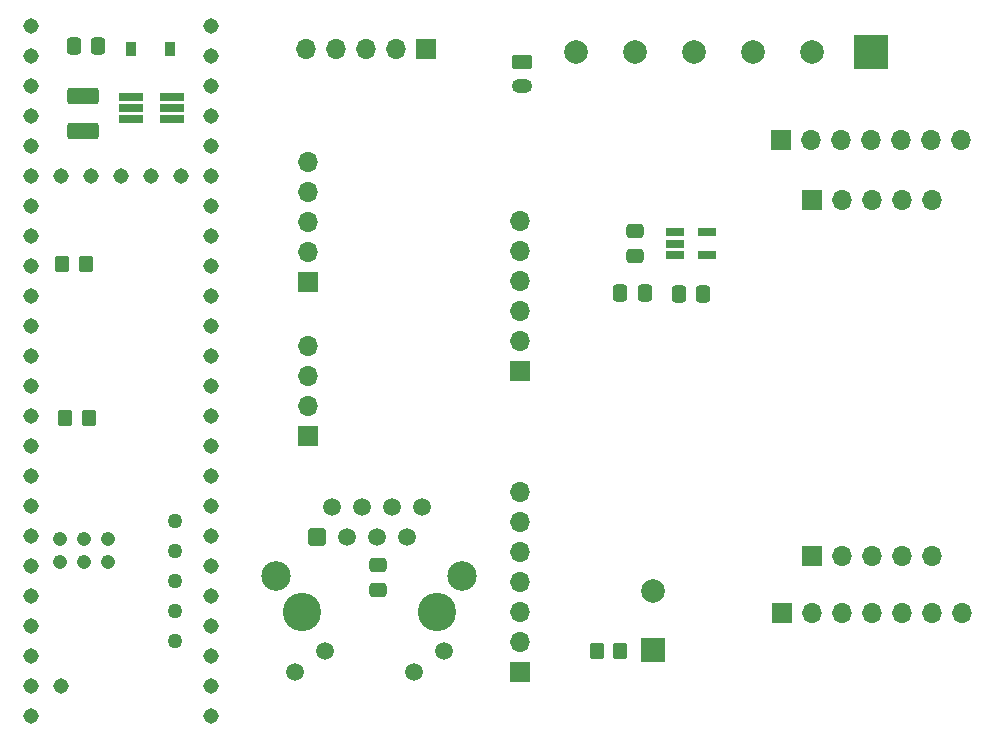
<source format=gbs>
G04 #@! TF.GenerationSoftware,KiCad,Pcbnew,6.0.6-1.fc36*
G04 #@! TF.CreationDate,2022-07-29T12:50:01+02:00*
G04 #@! TF.ProjectId,CosmicWatch-ventidue,436f736d-6963-4576-9174-63682d76656e,rev?*
G04 #@! TF.SameCoordinates,Original*
G04 #@! TF.FileFunction,Soldermask,Bot*
G04 #@! TF.FilePolarity,Negative*
%FSLAX46Y46*%
G04 Gerber Fmt 4.6, Leading zero omitted, Abs format (unit mm)*
G04 Created by KiCad (PCBNEW 6.0.6-1.fc36) date 2022-07-29 12:50:01*
%MOMM*%
%LPD*%
G01*
G04 APERTURE LIST*
G04 Aperture macros list*
%AMRoundRect*
0 Rectangle with rounded corners*
0 $1 Rounding radius*
0 $2 $3 $4 $5 $6 $7 $8 $9 X,Y pos of 4 corners*
0 Add a 4 corners polygon primitive as box body*
4,1,4,$2,$3,$4,$5,$6,$7,$8,$9,$2,$3,0*
0 Add four circle primitives for the rounded corners*
1,1,$1+$1,$2,$3*
1,1,$1+$1,$4,$5*
1,1,$1+$1,$6,$7*
1,1,$1+$1,$8,$9*
0 Add four rect primitives between the rounded corners*
20,1,$1+$1,$2,$3,$4,$5,0*
20,1,$1+$1,$4,$5,$6,$7,0*
20,1,$1+$1,$6,$7,$8,$9,0*
20,1,$1+$1,$8,$9,$2,$3,0*%
G04 Aperture macros list end*
%ADD10R,1.700000X1.700000*%
%ADD11O,1.700000X1.700000*%
%ADD12RoundRect,0.250000X0.475000X-0.337500X0.475000X0.337500X-0.475000X0.337500X-0.475000X-0.337500X0*%
%ADD13R,2.000000X0.650000*%
%ADD14RoundRect,0.250001X1.074999X-0.462499X1.074999X0.462499X-1.074999X0.462499X-1.074999X-0.462499X0*%
%ADD15C,2.000000*%
%ADD16R,3.000000X3.000000*%
%ADD17RoundRect,0.250000X0.350000X0.450000X-0.350000X0.450000X-0.350000X-0.450000X0.350000X-0.450000X0*%
%ADD18C,3.250000*%
%ADD19RoundRect,0.250500X-0.499500X-0.499500X0.499500X-0.499500X0.499500X0.499500X-0.499500X0.499500X0*%
%ADD20C,1.500000*%
%ADD21C,2.500000*%
%ADD22R,1.560000X0.650000*%
%ADD23RoundRect,0.250000X-0.350000X-0.450000X0.350000X-0.450000X0.350000X0.450000X-0.350000X0.450000X0*%
%ADD24RoundRect,0.250000X-0.337500X-0.475000X0.337500X-0.475000X0.337500X0.475000X-0.337500X0.475000X0*%
%ADD25RoundRect,0.250000X0.337500X0.475000X-0.337500X0.475000X-0.337500X-0.475000X0.337500X-0.475000X0*%
%ADD26RoundRect,0.250000X-0.625000X0.350000X-0.625000X-0.350000X0.625000X-0.350000X0.625000X0.350000X0*%
%ADD27O,1.750000X1.200000*%
%ADD28RoundRect,0.250000X-0.475000X0.337500X-0.475000X-0.337500X0.475000X-0.337500X0.475000X0.337500X0*%
%ADD29R,2.000000X2.000000*%
%ADD30R,0.900000X1.200000*%
%ADD31C,1.308000*%
%ADD32C,1.258000*%
%ADD33C,1.208000*%
G04 APERTURE END LIST*
D10*
X76275000Y-86050000D03*
D11*
X76275000Y-83510000D03*
X76275000Y-80970000D03*
X76275000Y-78430000D03*
D10*
X116380000Y-61000000D03*
D11*
X118920000Y-61000000D03*
X121460000Y-61000000D03*
X124000000Y-61000000D03*
X126540000Y-61000000D03*
X129080000Y-61000000D03*
X131620000Y-61000000D03*
D12*
X103962500Y-70787500D03*
X103962500Y-68712500D03*
D13*
X64750000Y-57300000D03*
X64750000Y-58250000D03*
X64750000Y-59200000D03*
X61330000Y-59200000D03*
X61330000Y-58250000D03*
X61330000Y-57300000D03*
D14*
X57250000Y-60237500D03*
X57250000Y-57262500D03*
D15*
X104000000Y-53500000D03*
D16*
X124000000Y-53500000D03*
D17*
X102750000Y-104250000D03*
X100750000Y-104250000D03*
D18*
X87215000Y-100900000D03*
X75785000Y-100900000D03*
D19*
X77055000Y-94550000D03*
D20*
X78325000Y-92010000D03*
X79595000Y-94550000D03*
X80865000Y-92010000D03*
X82135000Y-94550000D03*
X83405000Y-92010000D03*
X84675000Y-94550000D03*
X85945000Y-92010000D03*
X75175000Y-105980000D03*
X77715000Y-104280000D03*
X85285000Y-105980000D03*
X87825000Y-104280000D03*
D21*
X89375000Y-97850000D03*
X73625000Y-97850000D03*
D22*
X107362500Y-70700000D03*
X107362500Y-69750000D03*
X107362500Y-68800000D03*
X110062500Y-68800000D03*
X110062500Y-70700000D03*
D15*
X114000000Y-53500000D03*
X119000000Y-53500000D03*
D23*
X55500000Y-71500000D03*
X57500000Y-71500000D03*
D24*
X102737500Y-73950000D03*
X104812500Y-73950000D03*
D23*
X55750000Y-84500000D03*
X57750000Y-84500000D03*
D10*
X116400000Y-101000000D03*
D11*
X118940000Y-101000000D03*
X121480000Y-101000000D03*
X124020000Y-101000000D03*
X126560000Y-101000000D03*
X129100000Y-101000000D03*
X131640000Y-101000000D03*
D15*
X99000000Y-53500000D03*
D25*
X109750000Y-74000000D03*
X107675000Y-74000000D03*
D26*
X94450000Y-54400000D03*
D27*
X94450000Y-56400000D03*
D25*
X58537500Y-53000000D03*
X56462500Y-53000000D03*
D28*
X82250000Y-96962500D03*
X82250000Y-99037500D03*
D29*
X105500000Y-104120785D03*
D15*
X105500000Y-99120785D03*
D30*
X64650000Y-53250000D03*
X61350000Y-53250000D03*
D10*
X86290000Y-53250000D03*
D11*
X83750000Y-53250000D03*
X81210000Y-53250000D03*
X78670000Y-53250000D03*
X76130000Y-53250000D03*
D10*
X118950000Y-66025000D03*
D11*
X121490000Y-66025000D03*
X124030000Y-66025000D03*
X126570000Y-66025000D03*
X129110000Y-66025000D03*
D10*
X118950000Y-96225000D03*
D11*
X121490000Y-96225000D03*
X124030000Y-96225000D03*
X126570000Y-96225000D03*
X129110000Y-96225000D03*
D10*
X94275000Y-106000000D03*
D11*
X94275000Y-103460000D03*
X94275000Y-100920000D03*
X94275000Y-98380000D03*
X94275000Y-95840000D03*
X94275000Y-93300000D03*
X94275000Y-90760000D03*
D10*
X94285786Y-80512893D03*
D11*
X94285786Y-77972893D03*
X94285786Y-75432893D03*
X94285786Y-72892893D03*
X94285786Y-70352893D03*
X94285786Y-67812893D03*
D15*
X109000000Y-53500000D03*
D10*
X76300000Y-73000000D03*
D11*
X76300000Y-70460000D03*
X76300000Y-67920000D03*
X76300000Y-65380000D03*
X76300000Y-62840000D03*
D31*
X52880000Y-71610000D03*
X52880000Y-69070000D03*
X52880000Y-66530000D03*
X52880000Y-63990000D03*
X52880000Y-61450000D03*
X52880000Y-58910000D03*
X52880000Y-56370000D03*
X52880000Y-53830000D03*
X52880000Y-51290000D03*
X68120000Y-51290000D03*
X68120000Y-53830000D03*
X68120000Y-56370000D03*
X68120000Y-58910000D03*
X68120000Y-61450000D03*
X68120000Y-63990000D03*
X68120000Y-66530000D03*
X68120000Y-69070000D03*
X68120000Y-71610000D03*
X52880000Y-109710000D03*
X52880000Y-107170000D03*
X52880000Y-104630000D03*
X52880000Y-102090000D03*
X52880000Y-99550000D03*
X52880000Y-97010000D03*
X52880000Y-94470000D03*
X52880000Y-91930000D03*
X52880000Y-89390000D03*
X52880000Y-86850000D03*
X52880000Y-84310000D03*
X52880000Y-81770000D03*
X52880000Y-79230000D03*
X52880000Y-76690000D03*
X68120000Y-74150000D03*
X68120000Y-76690000D03*
X68120000Y-79230000D03*
X68120000Y-81770000D03*
X68120000Y-84310000D03*
X68120000Y-86850000D03*
X68120000Y-89390000D03*
X68120000Y-91930000D03*
X68120000Y-94470000D03*
X68120000Y-97010000D03*
X68120000Y-99550000D03*
X68120000Y-102090000D03*
X68120000Y-104630000D03*
D32*
X65070000Y-93200000D03*
X65070000Y-95740000D03*
X65070000Y-98280000D03*
X65070000Y-100820000D03*
X65070000Y-103360000D03*
D33*
X59330000Y-96740000D03*
X57330000Y-96740000D03*
X59330000Y-94740000D03*
X57330000Y-94740000D03*
X55330000Y-96740000D03*
X55330000Y-94740000D03*
D31*
X52880000Y-74150000D03*
X57960000Y-63990000D03*
X55420000Y-107170000D03*
X55420000Y-63990000D03*
X60500000Y-63990000D03*
X63040000Y-63990000D03*
X65580000Y-63990000D03*
X68120000Y-107170000D03*
X68120000Y-109710000D03*
M02*

</source>
